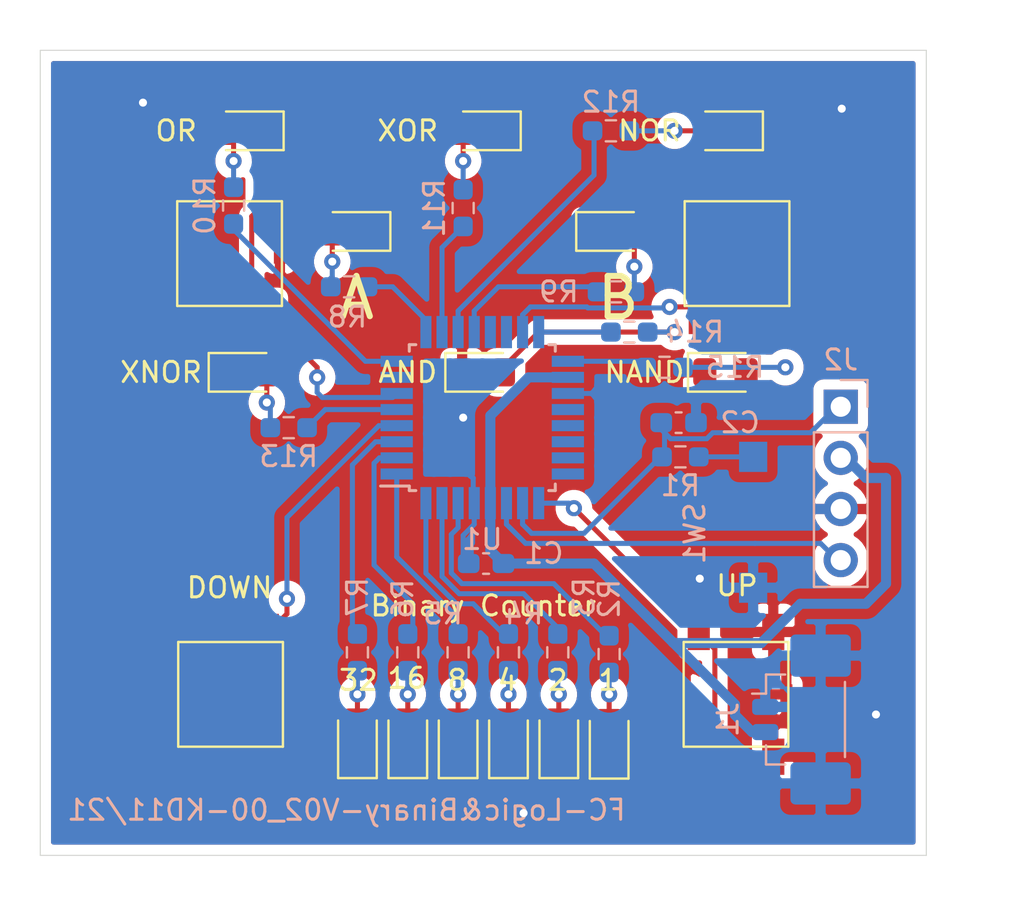
<source format=kicad_pcb>
(kicad_pcb (version 20171130) (host pcbnew 5.1.10-88a1d61d58~90~ubuntu20.04.1)
  (layers (0 F.Cu signal) (31 B.Cu signal) (34 B.Paste user) (35 F.Paste user) (36 B.SilkS user) (37 F.SilkS user) (38 B.Mask user) (39 F.Mask user) (44 Edge.Cuts user))
  (net 0 "")
  (net 1 GND)
  (net 2 RST)
  (net 3 "Net-(D1-Pad2)")
  (net 4 "Net-(D2-Pad2)")
  (net 5 "Net-(D3-Pad2)")
  (net 6 "Net-(D4-Pad2)")
  (net 7 "Net-(D5-Pad2)")
  (net 8 "Net-(D6-Pad2)")
  (net 9 "Net-(D7-Pad2)")
  (net 10 "Net-(D8-Pad2)")
  (net 11 "Net-(D9-Pad2)")
  (net 12 "Net-(D10-Pad2)")
  (net 13 "Net-(D11-Pad2)")
  (net 14 "Net-(D12-Pad2)")
  (net 15 "Net-(D13-Pad2)")
  (net 16 "Net-(D14-Pad2)")
  (net 17 PGD)
  (net 18 "Net-(R1-Pad2)")
  (net 19 bin0)
  (net 20 bin1)
  (net 21 bin2)
  (net 22 bin3)
  (net 23 bin4)
  (net 24 bin5)
  (net 25 Aon)
  (net 26 Bon)
  (net 27 OR)
  (net 28 XOR)
  (net 29 NOR)
  (net 30 XNOR)
  (net 31 AND)
  (net 32 NAND)
  (net 33 CountUP)
  (net 34 CountDOWN)
  (net 35 Ain)
  (net 36 Bin)
  (net 37 +5V)
  (module Connector_PinHeader_2.54mm:PinHeader_1x04_P2.54mm_Vertical (layer B.Cu) (at 118.75 47.71 180)
    (fp_text reference J2 (at 0 2.33) (layer B.SilkS) (effects (justify mirror)))
    (fp_text value Conn_01x04_Male)
    (fp_line (start -1.33 -8.95) (end 1.33 -8.95) (layer B.SilkS) (width 0.12))
    (fp_line (start -1.33 -1.27) (end -1.33 -8.95) (layer B.SilkS) (width 0.12))
    (fp_line (start 1.33 -1.27) (end 1.33 -8.95) (layer B.SilkS) (width 0.12))
    (fp_line (start -1.33 -1.27) (end 1.33 -1.27) (layer B.SilkS) (width 0.12))
    (fp_line (start -1.33 0) (end -1.33 1.33) (layer B.SilkS) (width 0.12))
    (fp_line (start -1.33 1.33) (end 0 1.33) (layer B.SilkS) (width 0.12))
    (pad 4 thru_hole oval (at 0 -7.62 180) (size 1.7 1.7) (drill 1) (layers *.Cu *.Mask) (net 17 PGD))
    (pad 3 thru_hole oval (at 0 -5.08 180) (size 1.7 1.7) (drill 1) (layers *.Cu *.Mask) (net 1 GND))
    (pad 2 thru_hole oval (at 0 -2.54 180) (size 1.7 1.7) (drill 1) (layers *.Cu *.Mask) (net 37 +5V))
    (pad 1 thru_hole rect (at 0 0 180) (size 1.7 1.7) (drill 1) (layers *.Cu *.Mask) (net 2 RST))
  )
  (module Connector_Molex:Molex_PicoBlade_53398-0271_1x02-1MP_P1.25mm_Vertical (layer B.Cu) (at 116.25 63.25 270)
    (fp_text reference J1 (at 0 3.1 270) (layer B.SilkS) (effects (justify mirror)))
    (fp_text value Conn_01x02_MountingPin)
    (fp_line (start -2.235 0.26) (end -2.235 1.21) (layer B.SilkS) (width 0.12))
    (fp_line (start -2.235 1.21) (end -1.285 1.21) (layer B.SilkS) (width 0.12))
    (fp_line (start -1.285 1.21) (end -1.285 1.9) (layer B.SilkS) (width 0.12))
    (fp_line (start 2.235 0.26) (end 2.235 1.21) (layer B.SilkS) (width 0.12))
    (fp_line (start 2.235 1.21) (end 1.285 1.21) (layer B.SilkS) (width 0.12))
    (fp_line (start -1.865 -2.71) (end 1.865 -2.71) (layer B.SilkS) (width 0.12))
    (pad MP smd roundrect (at 3.175 -1.5 270) (size 2.1 3) (layers B.Cu B.Paste B.Mask) (roundrect_rratio 0.1190471428571429) (net 1 GND))
    (pad MP smd roundrect (at -3.175 -1.5 270) (size 2.1 3) (layers B.Cu B.Paste B.Mask) (roundrect_rratio 0.1190471428571429) (net 1 GND))
    (pad 2 smd roundrect (at 0.625 1.25 270) (size 0.8 1.3) (layers B.Cu B.Paste B.Mask) (net 37 +5V))
    (pad 1 smd roundrect (at -0.625 1.25 270) (size 0.8 1.3) (layers B.Cu B.Paste B.Mask) (net 1 GND))
  )
  (module Package_QFP:TQFP-32_7x7mm_P0.8mm (layer B.Cu) (at 100.95 48.25)
    (fp_text reference U1 (at 0 6.05) (layer B.SilkS) (effects (justify mirror)))
    (fp_text value AVR64DA32)
    (fp_line (start -3.625 3.4) (end -5.05 3.4) (layer B.SilkS) (width 0.15))
    (fp_line (start 3.625 3.625) (end 3.3 3.625) (layer B.SilkS) (width 0.15))
    (fp_line (start 3.625 -3.625) (end 3.3 -3.625) (layer B.SilkS) (width 0.15))
    (fp_line (start -3.625 -3.625) (end -3.3 -3.625) (layer B.SilkS) (width 0.15))
    (fp_line (start -3.625 3.625) (end -3.3 3.625) (layer B.SilkS) (width 0.15))
    (fp_line (start -3.625 -3.625) (end -3.625 -3.3) (layer B.SilkS) (width 0.15))
    (fp_line (start 3.625 -3.625) (end 3.625 -3.3) (layer B.SilkS) (width 0.15))
    (fp_line (start 3.625 3.625) (end 3.625 3.3) (layer B.SilkS) (width 0.15))
    (fp_line (start -3.625 3.625) (end -3.625 3.4) (layer B.SilkS) (width 0.15))
    (pad 32 smd rect (at -2.8 4.25 270) (size 1.6 0.55) (layers B.Cu B.Paste B.Mask) (net 21 bin2))
    (pad 31 smd rect (at -2 4.25 270) (size 1.6 0.55) (layers B.Cu B.Paste B.Mask) (net 20 bin1))
    (pad 30 smd rect (at -1.2 4.25 270) (size 1.6 0.55) (layers B.Cu B.Paste B.Mask) (net 19 bin0))
    (pad 29 smd rect (at -0.4 4.25 270) (size 1.6 0.55) (layers B.Cu B.Paste B.Mask) (net 1 GND))
    (pad 28 smd rect (at 0.4 4.25 270) (size 1.6 0.55) (layers B.Cu B.Paste B.Mask) (net 37 +5V))
    (pad 27 smd rect (at 1.2 4.25 270) (size 1.6 0.55) (layers B.Cu B.Paste B.Mask) (net 17 PGD))
    (pad 26 smd rect (at 2 4.25 270) (size 1.6 0.55) (layers B.Cu B.Paste B.Mask) (net 2 RST))
    (pad 25 smd rect (at 2.8 4.25 270) (size 1.6 0.55) (layers B.Cu B.Paste B.Mask) (net 33 CountUP))
    (pad 24 smd rect (at 4.25 2.8) (size 1.6 0.55) (layers B.Cu B.Paste B.Mask))
    (pad 23 smd rect (at 4.25 2) (size 1.6 0.55) (layers B.Cu B.Paste B.Mask))
    (pad 22 smd rect (at 4.25 1.2) (size 1.6 0.55) (layers B.Cu B.Paste B.Mask))
    (pad 21 smd rect (at 4.25 0.4) (size 1.6 0.55) (layers B.Cu B.Paste B.Mask))
    (pad 20 smd rect (at 4.25 -0.4) (size 1.6 0.55) (layers B.Cu B.Paste B.Mask))
    (pad 19 smd rect (at 4.25 -1.2) (size 1.6 0.55) (layers B.Cu B.Paste B.Mask) (net 1 GND))
    (pad 18 smd rect (at 4.25 -2) (size 1.6 0.55) (layers B.Cu B.Paste B.Mask) (net 37 +5V))
    (pad 17 smd rect (at 4.25 -2.8) (size 1.6 0.55) (layers B.Cu B.Paste B.Mask) (net 32 NAND))
    (pad 16 smd rect (at 2.8 -4.25 270) (size 1.6 0.55) (layers B.Cu B.Paste B.Mask) (net 31 AND))
    (pad 15 smd rect (at 2 -4.25 270) (size 1.6 0.55) (layers B.Cu B.Paste B.Mask) (net 36 Bin))
    (pad 14 smd rect (at 1.2 -4.25 270) (size 1.6 0.55) (layers B.Cu B.Paste B.Mask))
    (pad 13 smd rect (at 0.4 -4.25 270) (size 1.6 0.55) (layers B.Cu B.Paste B.Mask))
    (pad 12 smd rect (at -0.4 -4.25 270) (size 1.6 0.55) (layers B.Cu B.Paste B.Mask) (net 26 Bon))
    (pad 11 smd rect (at -1.2 -4.25 270) (size 1.6 0.55) (layers B.Cu B.Paste B.Mask) (net 29 NOR))
    (pad 10 smd rect (at -2 -4.25 270) (size 1.6 0.55) (layers B.Cu B.Paste B.Mask) (net 28 XOR))
    (pad 9 smd rect (at -2.8 -4.25 270) (size 1.6 0.55) (layers B.Cu B.Paste B.Mask) (net 25 Aon))
    (pad 8 smd rect (at -4.25 -2.8) (size 1.6 0.55) (layers B.Cu B.Paste B.Mask) (net 27 OR))
    (pad 7 smd rect (at -4.25 -2) (size 1.6 0.55) (layers B.Cu B.Paste B.Mask))
    (pad 6 smd rect (at -4.25 -1.2) (size 1.6 0.55) (layers B.Cu B.Paste B.Mask) (net 35 Ain))
    (pad 5 smd rect (at -4.25 -0.4) (size 1.6 0.55) (layers B.Cu B.Paste B.Mask) (net 30 XNOR))
    (pad 4 smd rect (at -4.25 0.4) (size 1.6 0.55) (layers B.Cu B.Paste B.Mask) (net 34 CountDOWN))
    (pad 3 smd rect (at -4.25 1.2) (size 1.6 0.55) (layers B.Cu B.Paste B.Mask) (net 24 bin5))
    (pad 2 smd rect (at -4.25 2) (size 1.6 0.55) (layers B.Cu B.Paste B.Mask) (net 23 bin4))
    (pad 1 smd rect (at -4.25 2.8) (size 1.6 0.55) (layers B.Cu B.Paste B.Mask) (net 22 bin3))
  )
  (module My_Footprints:MSLPT5252-BG (layer F.Cu) (at 113.6 40.1 180)
    (fp_text reference SW5 hide)
    (fp_text value SW_Push_GND hide)
    (fp_line (start -2.6 2.6) (end -2.6 -2.6) (layer F.SilkS) (width 0.12))
    (fp_line (start 2.6 2.6) (end -2.6 2.6) (layer F.SilkS) (width 0.12))
    (fp_line (start 2.6 -2.6) (end 2.6 2.6) (layer F.SilkS) (width 0.12))
    (fp_line (start -2.6 -2.6) (end 2.6 -2.6) (layer F.SilkS) (width 0.12))
    (pad 3 smd rect (at 2.5 0 180) (size 0.6 1) (layers F.Cu F.Paste F.Mask) (net 1 GND))
    (pad 3 smd rect (at -2.5 0 180) (size 0.6 1) (layers F.Cu F.Paste F.Mask) (net 1 GND))
    (pad 2 smd rect (at 1.85 3.1 180) (size 1.1 1.8) (layers F.Cu F.Paste F.Mask) (net 36 Bin))
    (pad 1 smd rect (at -1.85 3.1 180) (size 1.1 1.8) (layers F.Cu F.Paste F.Mask) (net 1 GND))
    (pad 2 smd rect (at 1.85 -3.1 180) (size 1.1 1.8) (layers F.Cu F.Paste F.Mask) (net 36 Bin))
    (pad 1 smd rect (at -1.85 -3.1 180) (size 1.1 1.8) (layers F.Cu F.Paste F.Mask) (net 1 GND))
  )
  (module My_Footprints:MSLPT5252-BG (layer F.Cu) (at 88.4 40.1)
    (fp_text reference SW4 hide)
    (fp_text value SW_Push_GND hide)
    (fp_line (start -2.6 2.6) (end -2.6 -2.6) (layer F.SilkS) (width 0.12))
    (fp_line (start 2.6 2.6) (end -2.6 2.6) (layer F.SilkS) (width 0.12))
    (fp_line (start 2.6 -2.6) (end 2.6 2.6) (layer F.SilkS) (width 0.12))
    (fp_line (start -2.6 -2.6) (end 2.6 -2.6) (layer F.SilkS) (width 0.12))
    (pad 3 smd rect (at 2.5 0) (size 0.6 1) (layers F.Cu F.Paste F.Mask) (net 1 GND))
    (pad 3 smd rect (at -2.5 0) (size 0.6 1) (layers F.Cu F.Paste F.Mask) (net 1 GND))
    (pad 2 smd rect (at 1.85 3.1) (size 1.1 1.8) (layers F.Cu F.Paste F.Mask) (net 35 Ain))
    (pad 1 smd rect (at -1.85 3.1) (size 1.1 1.8) (layers F.Cu F.Paste F.Mask) (net 1 GND))
    (pad 2 smd rect (at 1.85 -3.1) (size 1.1 1.8) (layers F.Cu F.Paste F.Mask) (net 35 Ain))
    (pad 1 smd rect (at -1.85 -3.1) (size 1.1 1.8) (layers F.Cu F.Paste F.Mask) (net 1 GND))
  )
  (module My_Footprints:MSLPT5252-BG (layer F.Cu) (at 88.45 62)
    (fp_text reference SW3 hide)
    (fp_text value SW_Push_GND hide)
    (fp_line (start -2.6 2.6) (end -2.6 -2.6) (layer F.SilkS) (width 0.12))
    (fp_line (start 2.6 2.6) (end -2.6 2.6) (layer F.SilkS) (width 0.12))
    (fp_line (start 2.6 -2.6) (end 2.6 2.6) (layer F.SilkS) (width 0.12))
    (fp_line (start -2.6 -2.6) (end 2.6 -2.6) (layer F.SilkS) (width 0.12))
    (pad 3 smd rect (at 2.5 0) (size 0.6 1) (layers F.Cu F.Paste F.Mask) (net 1 GND))
    (pad 3 smd rect (at -2.5 0) (size 0.6 1) (layers F.Cu F.Paste F.Mask) (net 1 GND))
    (pad 2 smd rect (at 1.85 3.1) (size 1.1 1.8) (layers F.Cu F.Paste F.Mask) (net 34 CountDOWN))
    (pad 1 smd rect (at -1.85 3.1) (size 1.1 1.8) (layers F.Cu F.Paste F.Mask) (net 1 GND))
    (pad 2 smd rect (at 1.85 -3.1) (size 1.1 1.8) (layers F.Cu F.Paste F.Mask) (net 34 CountDOWN))
    (pad 1 smd rect (at -1.85 -3.1) (size 1.1 1.8) (layers F.Cu F.Paste F.Mask) (net 1 GND))
  )
  (module My_Footprints:MSLPT5252-BG (layer F.Cu) (at 113.55 62 180)
    (fp_text reference SW2 hide)
    (fp_text value SW_Push_GND hide)
    (fp_line (start -2.6 2.6) (end -2.6 -2.6) (layer F.SilkS) (width 0.12))
    (fp_line (start 2.6 2.6) (end -2.6 2.6) (layer F.SilkS) (width 0.12))
    (fp_line (start 2.6 -2.6) (end 2.6 2.6) (layer F.SilkS) (width 0.12))
    (fp_line (start -2.6 -2.6) (end 2.6 -2.6) (layer F.SilkS) (width 0.12))
    (pad 3 smd rect (at 2.5 0 180) (size 0.6 1) (layers F.Cu F.Paste F.Mask) (net 1 GND))
    (pad 3 smd rect (at -2.5 0 180) (size 0.6 1) (layers F.Cu F.Paste F.Mask) (net 1 GND))
    (pad 2 smd rect (at 1.85 3.1 180) (size 1.1 1.8) (layers F.Cu F.Paste F.Mask) (net 33 CountUP))
    (pad 1 smd rect (at -1.85 3.1 180) (size 1.1 1.8) (layers F.Cu F.Paste F.Mask) (net 1 GND))
    (pad 2 smd rect (at 1.85 -3.1 180) (size 1.1 1.8) (layers F.Cu F.Paste F.Mask) (net 33 CountUP))
    (pad 1 smd rect (at -1.85 -3.1 180) (size 1.1 1.8) (layers F.Cu F.Paste F.Mask) (net 1 GND))
  )
  (module My_Footprints:WS-TASV (layer B.Cu) (at 114.4 53.45 270)
    (fp_text reference SW1 (at 0.55 2.9 270) (layer B.SilkS) (effects (justify mirror)))
    (fp_text value SW_Push)
    (pad 2 smd rect (at 3.25 0 270) (size 1.5 1.4) (layers B.Cu B.Paste B.Mask) (net 1 GND))
    (pad 1 smd rect (at -3.25 0 270) (size 1.5 1.4) (layers B.Cu B.Paste B.Mask) (net 18 "Net-(R1-Pad2)"))
  )
  (module Resistor_SMD:R_0603_1608Metric_Pad0.98x0.95mm_HandSolder (layer B.Cu) (at 110 45.75 180)
    (fp_text reference R15 (at -3.5 0) (layer B.SilkS) (effects (justify mirror)))
    (fp_text value 10k)
    (fp_line (start -0.254724 -0.5225) (end 0.254724 -0.5225) (layer B.SilkS) (width 0.12))
    (fp_line (start -0.254724 0.5225) (end 0.254724 0.5225) (layer B.SilkS) (width 0.12))
    (pad 2 smd roundrect (at 0.9125 0 180) (size 0.975 0.95) (layers B.Cu B.Paste B.Mask) (net 32 NAND))
    (pad 1 smd roundrect (at -0.9125 0 180) (size 0.975 0.95) (layers B.Cu B.Paste B.Mask) (net 16 "Net-(D14-Pad2)"))
  )
  (module Resistor_SMD:R_0603_1608Metric_Pad0.98x0.95mm_HandSolder (layer B.Cu) (at 108.25 44 180)
    (fp_text reference R14 (at -3.25 0) (layer B.SilkS) (effects (justify mirror)))
    (fp_text value 10k)
    (fp_line (start -0.254724 -0.5225) (end 0.254724 -0.5225) (layer B.SilkS) (width 0.12))
    (fp_line (start -0.254724 0.5225) (end 0.254724 0.5225) (layer B.SilkS) (width 0.12))
    (pad 2 smd roundrect (at 0.9125 0 180) (size 0.975 0.95) (layers B.Cu B.Paste B.Mask) (net 31 AND))
    (pad 1 smd roundrect (at -0.9125 0 180) (size 0.975 0.95) (layers B.Cu B.Paste B.Mask) (net 15 "Net-(D13-Pad2)"))
  )
  (module Resistor_SMD:R_0603_1608Metric_Pad0.98x0.95mm_HandSolder (layer B.Cu) (at 91.3375 48.75)
    (fp_text reference R13 (at 0 1.43) (layer B.SilkS) (effects (justify mirror)))
    (fp_text value 10k)
    (fp_line (start -0.254724 -0.5225) (end 0.254724 -0.5225) (layer B.SilkS) (width 0.12))
    (fp_line (start -0.254724 0.5225) (end 0.254724 0.5225) (layer B.SilkS) (width 0.12))
    (pad 2 smd roundrect (at 0.9125 0) (size 0.975 0.95) (layers B.Cu B.Paste B.Mask) (net 30 XNOR))
    (pad 1 smd roundrect (at -0.9125 0) (size 0.975 0.95) (layers B.Cu B.Paste B.Mask) (net 14 "Net-(D12-Pad2)"))
  )
  (module Resistor_SMD:R_0603_1608Metric_Pad0.98x0.95mm_HandSolder (layer B.Cu) (at 107.3375 34 180)
    (fp_text reference R12 (at 0 1.43) (layer B.SilkS) (effects (justify mirror)))
    (fp_text value 10k)
    (fp_line (start -0.254724 -0.5225) (end 0.254724 -0.5225) (layer B.SilkS) (width 0.12))
    (fp_line (start -0.254724 0.5225) (end 0.254724 0.5225) (layer B.SilkS) (width 0.12))
    (pad 2 smd roundrect (at 0.9125 0 180) (size 0.975 0.95) (layers B.Cu B.Paste B.Mask) (net 29 NOR))
    (pad 1 smd roundrect (at -0.9125 0 180) (size 0.975 0.95) (layers B.Cu B.Paste B.Mask) (net 13 "Net-(D11-Pad2)"))
  )
  (module Resistor_SMD:R_0603_1608Metric_Pad0.98x0.95mm_HandSolder (layer B.Cu) (at 100 37.8375 270)
    (fp_text reference R11 (at 0 1.43 90) (layer B.SilkS) (effects (justify mirror)))
    (fp_text value 10k)
    (fp_line (start -0.254724 -0.5225) (end 0.254724 -0.5225) (layer B.SilkS) (width 0.12))
    (fp_line (start -0.254724 0.5225) (end 0.254724 0.5225) (layer B.SilkS) (width 0.12))
    (pad 2 smd roundrect (at 0.9125 0 270) (size 0.975 0.95) (layers B.Cu B.Paste B.Mask) (net 28 XOR))
    (pad 1 smd roundrect (at -0.9125 0 270) (size 0.975 0.95) (layers B.Cu B.Paste B.Mask) (net 12 "Net-(D10-Pad2)"))
  )
  (module Resistor_SMD:R_0603_1608Metric_Pad0.98x0.95mm_HandSolder (layer B.Cu) (at 88.6 37.7125 270)
    (fp_text reference R10 (at 0 1.43 90) (layer B.SilkS) (effects (justify mirror)))
    (fp_text value 10k)
    (fp_line (start -0.254724 -0.5225) (end 0.254724 -0.5225) (layer B.SilkS) (width 0.12))
    (fp_line (start -0.254724 0.5225) (end 0.254724 0.5225) (layer B.SilkS) (width 0.12))
    (pad 2 smd roundrect (at 0.9125 0 270) (size 0.975 0.95) (layers B.Cu B.Paste B.Mask) (net 27 OR))
    (pad 1 smd roundrect (at -0.9125 0 270) (size 0.975 0.95) (layers B.Cu B.Paste B.Mask) (net 11 "Net-(D9-Pad2)"))
  )
  (module Resistor_SMD:R_0603_1608Metric_Pad0.98x0.95mm_HandSolder (layer B.Cu) (at 107.5875 42)
    (fp_text reference R9 (at -2.8375 0) (layer B.SilkS) (effects (justify mirror)))
    (fp_text value R)
    (fp_line (start -0.254724 -0.5225) (end 0.254724 -0.5225) (layer B.SilkS) (width 0.12))
    (fp_line (start -0.254724 0.5225) (end 0.254724 0.5225) (layer B.SilkS) (width 0.12))
    (pad 2 smd roundrect (at 0.9125 0) (size 0.975 0.95) (layers B.Cu B.Paste B.Mask) (net 10 "Net-(D8-Pad2)"))
    (pad 1 smd roundrect (at -0.9125 0) (size 0.975 0.95) (layers B.Cu B.Paste B.Mask) (net 26 Bon))
  )
  (module Resistor_SMD:R_0603_1608Metric_Pad0.98x0.95mm_HandSolder (layer B.Cu) (at 94.3375 41.75)
    (fp_text reference R8 (at -0.0875 1.5) (layer B.SilkS) (effects (justify mirror)))
    (fp_text value R)
    (fp_line (start -0.254724 -0.5225) (end 0.254724 -0.5225) (layer B.SilkS) (width 0.12))
    (fp_line (start -0.254724 0.5225) (end 0.254724 0.5225) (layer B.SilkS) (width 0.12))
    (pad 2 smd roundrect (at 0.9125 0) (size 0.975 0.95) (layers B.Cu B.Paste B.Mask) (net 25 Aon))
    (pad 1 smd roundrect (at -0.9125 0) (size 0.975 0.95) (layers B.Cu B.Paste B.Mask) (net 9 "Net-(D7-Pad2)"))
  )
  (module Resistor_SMD:R_0603_1608Metric_Pad0.98x0.95mm_HandSolder (layer B.Cu) (at 94.75 59.9125 90)
    (fp_text reference R7 (at 2.75 0 270) (layer B.SilkS) (effects (justify mirror)))
    (fp_text value 3k3)
    (fp_line (start -0.254724 -0.5225) (end 0.254724 -0.5225) (layer B.SilkS) (width 0.12))
    (fp_line (start -0.254724 0.5225) (end 0.254724 0.5225) (layer B.SilkS) (width 0.12))
    (pad 2 smd roundrect (at 0.9125 0 90) (size 0.975 0.95) (layers B.Cu B.Paste B.Mask) (net 24 bin5))
    (pad 1 smd roundrect (at -0.9125 0 90) (size 0.975 0.95) (layers B.Cu B.Paste B.Mask) (net 8 "Net-(D6-Pad2)"))
  )
  (module Resistor_SMD:R_0603_1608Metric_Pad0.98x0.95mm_HandSolder (layer B.Cu) (at 97.25 59.9125 90)
    (fp_text reference R6 (at 2.6625 -0.25 270) (layer B.SilkS) (effects (justify mirror)))
    (fp_text value 3k3)
    (fp_line (start -0.254724 -0.5225) (end 0.254724 -0.5225) (layer B.SilkS) (width 0.12))
    (fp_line (start -0.254724 0.5225) (end 0.254724 0.5225) (layer B.SilkS) (width 0.12))
    (pad 2 smd roundrect (at 0.9125 0 90) (size 0.975 0.95) (layers B.Cu B.Paste B.Mask) (net 23 bin4))
    (pad 1 smd roundrect (at -0.9125 0 90) (size 0.975 0.95) (layers B.Cu B.Paste B.Mask) (net 7 "Net-(D5-Pad2)"))
  )
  (module Resistor_SMD:R_0603_1608Metric_Pad0.98x0.95mm_HandSolder (layer B.Cu) (at 99.75 59.9125 90)
    (fp_text reference R5 (at 1.9125 -0.75) (layer B.SilkS) (effects (justify mirror)))
    (fp_text value 3k3)
    (fp_line (start -0.254724 -0.5225) (end 0.254724 -0.5225) (layer B.SilkS) (width 0.12))
    (fp_line (start -0.254724 0.5225) (end 0.254724 0.5225) (layer B.SilkS) (width 0.12))
    (pad 2 smd roundrect (at 0.9125 0 90) (size 0.975 0.95) (layers B.Cu B.Paste B.Mask) (net 22 bin3))
    (pad 1 smd roundrect (at -0.9125 0 90) (size 0.975 0.95) (layers B.Cu B.Paste B.Mask) (net 6 "Net-(D4-Pad2)"))
  )
  (module Resistor_SMD:R_0603_1608Metric_Pad0.98x0.95mm_HandSolder (layer B.Cu) (at 102.25 59.9125 90)
    (fp_text reference R4 (at 1.9125 0.75) (layer B.SilkS) (effects (justify mirror)))
    (fp_text value 3k3)
    (fp_line (start -0.254724 -0.5225) (end 0.254724 -0.5225) (layer B.SilkS) (width 0.12))
    (fp_line (start -0.254724 0.5225) (end 0.254724 0.5225) (layer B.SilkS) (width 0.12))
    (pad 2 smd roundrect (at 0.9125 0 90) (size 0.975 0.95) (layers B.Cu B.Paste B.Mask) (net 21 bin2))
    (pad 1 smd roundrect (at -0.9125 0 90) (size 0.975 0.95) (layers B.Cu B.Paste B.Mask) (net 5 "Net-(D3-Pad2)"))
  )
  (module Resistor_SMD:R_0603_1608Metric_Pad0.98x0.95mm_HandSolder (layer B.Cu) (at 104.7 59.9125 90)
    (fp_text reference R3 (at 2.75 1.3 270) (layer B.SilkS) (effects (justify mirror)))
    (fp_text value 3k3)
    (fp_line (start -0.254724 -0.5225) (end 0.254724 -0.5225) (layer B.SilkS) (width 0.12))
    (fp_line (start -0.254724 0.5225) (end 0.254724 0.5225) (layer B.SilkS) (width 0.12))
    (pad 2 smd roundrect (at 0.9125 0 90) (size 0.975 0.95) (layers B.Cu B.Paste B.Mask) (net 20 bin1))
    (pad 1 smd roundrect (at -0.9125 0 90) (size 0.975 0.95) (layers B.Cu B.Paste B.Mask) (net 4 "Net-(D2-Pad2)"))
  )
  (module Resistor_SMD:R_0603_1608Metric_Pad0.98x0.95mm_HandSolder (layer B.Cu) (at 107.25 60 90)
    (fp_text reference R2 (at 2.75 0 270) (layer B.SilkS) (effects (justify mirror)))
    (fp_text value 3k3)
    (fp_line (start -0.254724 -0.5225) (end 0.254724 -0.5225) (layer B.SilkS) (width 0.12))
    (fp_line (start -0.254724 0.5225) (end 0.254724 0.5225) (layer B.SilkS) (width 0.12))
    (pad 2 smd roundrect (at 0.9125 0 90) (size 0.975 0.95) (layers B.Cu B.Paste B.Mask) (net 19 bin0))
    (pad 1 smd roundrect (at -0.9125 0 90) (size 0.975 0.95) (layers B.Cu B.Paste B.Mask) (net 3 "Net-(D1-Pad2)"))
  )
  (module Resistor_SMD:R_0603_1608Metric_Pad0.98x0.95mm_HandSolder (layer B.Cu) (at 110.7875 50.2)
    (fp_text reference R1 (at 0 1.43) (layer B.SilkS) (effects (justify mirror)))
    (fp_text value 330)
    (fp_line (start -0.254724 -0.5225) (end 0.254724 -0.5225) (layer B.SilkS) (width 0.12))
    (fp_line (start -0.254724 0.5225) (end 0.254724 0.5225) (layer B.SilkS) (width 0.12))
    (pad 2 smd roundrect (at 0.9125 0) (size 0.975 0.95) (layers B.Cu B.Paste B.Mask) (net 18 "Net-(R1-Pad2)"))
    (pad 1 smd roundrect (at -0.9125 0) (size 0.975 0.95) (layers B.Cu B.Paste B.Mask) (net 2 RST))
  )
  (module LED_SMD:LED_0805_2012Metric_Pad1.15x1.40mm_HandSolder (layer F.Cu) (at 113.025 46)
    (fp_text reference D14 hide)
    (fp_text value Green hide)
    (fp_line (start -1.86 0.96) (end 1 0.96) (layer F.SilkS) (width 0.12))
    (fp_line (start -1.86 -0.96) (end -1.86 0.96) (layer F.SilkS) (width 0.12))
    (fp_line (start 1 -0.96) (end -1.86 -0.96) (layer F.SilkS) (width 0.12))
    (pad 2 smd roundrect (at 1.025 0) (size 1.15 1.4) (layers F.Cu F.Paste F.Mask) (roundrect_rratio 0.2173904347826087) (net 16 "Net-(D14-Pad2)"))
    (pad 1 smd roundrect (at -1.025 0) (size 1.15 1.4) (layers F.Cu F.Paste F.Mask) (roundrect_rratio 0.2173904347826087) (net 1 GND))
  )
  (module LED_SMD:LED_0805_2012Metric_Pad1.15x1.40mm_HandSolder (layer F.Cu) (at 100.975 46)
    (fp_text reference D13 hide)
    (fp_text value Green hide)
    (fp_line (start -1.86 0.96) (end 1 0.96) (layer F.SilkS) (width 0.12))
    (fp_line (start -1.86 -0.96) (end -1.86 0.96) (layer F.SilkS) (width 0.12))
    (fp_line (start 1 -0.96) (end -1.86 -0.96) (layer F.SilkS) (width 0.12))
    (pad 2 smd roundrect (at 1.025 0) (size 1.15 1.4) (layers F.Cu F.Paste F.Mask) (roundrect_rratio 0.2173904347826087) (net 15 "Net-(D13-Pad2)"))
    (pad 1 smd roundrect (at -1.025 0) (size 1.15 1.4) (layers F.Cu F.Paste F.Mask) (roundrect_rratio 0.2173904347826087) (net 1 GND))
  )
  (module LED_SMD:LED_0805_2012Metric_Pad1.15x1.40mm_HandSolder (layer F.Cu) (at 89.225 46)
    (fp_text reference D12 hide)
    (fp_text value Green hide)
    (fp_line (start -1.86 0.96) (end 1 0.96) (layer F.SilkS) (width 0.12))
    (fp_line (start -1.86 -0.96) (end -1.86 0.96) (layer F.SilkS) (width 0.12))
    (fp_line (start 1 -0.96) (end -1.86 -0.96) (layer F.SilkS) (width 0.12))
    (pad 2 smd roundrect (at 1.025 0) (size 1.15 1.4) (layers F.Cu F.Paste F.Mask) (roundrect_rratio 0.2173904347826087) (net 14 "Net-(D12-Pad2)"))
    (pad 1 smd roundrect (at -1.025 0) (size 1.15 1.4) (layers F.Cu F.Paste F.Mask) (roundrect_rratio 0.2173904347826087) (net 1 GND))
  )
  (module LED_SMD:LED_0805_2012Metric_Pad1.15x1.40mm_HandSolder (layer F.Cu) (at 113.025 34 180)
    (fp_text reference D11 hide)
    (fp_text value Green hide)
    (fp_line (start -1.86 0.96) (end 1 0.96) (layer F.SilkS) (width 0.12))
    (fp_line (start -1.86 -0.96) (end -1.86 0.96) (layer F.SilkS) (width 0.12))
    (fp_line (start 1 -0.96) (end -1.86 -0.96) (layer F.SilkS) (width 0.12))
    (pad 2 smd roundrect (at 1.025 0 180) (size 1.15 1.4) (layers F.Cu F.Paste F.Mask) (roundrect_rratio 0.2173904347826087) (net 13 "Net-(D11-Pad2)"))
    (pad 1 smd roundrect (at -1.025 0 180) (size 1.15 1.4) (layers F.Cu F.Paste F.Mask) (roundrect_rratio 0.2173904347826087) (net 1 GND))
  )
  (module LED_SMD:LED_0805_2012Metric_Pad1.15x1.40mm_HandSolder (layer F.Cu) (at 101 34 180)
    (fp_text reference D10 hide)
    (fp_text value Green hide)
    (fp_line (start -1.86 0.96) (end 1 0.96) (layer F.SilkS) (width 0.12))
    (fp_line (start -1.86 -0.96) (end -1.86 0.96) (layer F.SilkS) (width 0.12))
    (fp_line (start 1 -0.96) (end -1.86 -0.96) (layer F.SilkS) (width 0.12))
    (pad 2 smd roundrect (at 1.025 0 180) (size 1.15 1.4) (layers F.Cu F.Paste F.Mask) (roundrect_rratio 0.2173904347826087) (net 12 "Net-(D10-Pad2)"))
    (pad 1 smd roundrect (at -1.025 0 180) (size 1.15 1.4) (layers F.Cu F.Paste F.Mask) (roundrect_rratio 0.2173904347826087) (net 1 GND))
  )
  (module LED_SMD:LED_0805_2012Metric_Pad1.15x1.40mm_HandSolder (layer F.Cu) (at 89.225 34 180)
    (fp_text reference D9 hide)
    (fp_text value Green hide)
    (fp_line (start -1.86 0.96) (end 1 0.96) (layer F.SilkS) (width 0.12))
    (fp_line (start -1.86 -0.96) (end -1.86 0.96) (layer F.SilkS) (width 0.12))
    (fp_line (start 1 -0.96) (end -1.86 -0.96) (layer F.SilkS) (width 0.12))
    (pad 2 smd roundrect (at 1.025 0 180) (size 1.15 1.4) (layers F.Cu F.Paste F.Mask) (roundrect_rratio 0.2173904347826087) (net 11 "Net-(D9-Pad2)"))
    (pad 1 smd roundrect (at -1.025 0 180) (size 1.15 1.4) (layers F.Cu F.Paste F.Mask) (roundrect_rratio 0.217) (net 1 GND))
  )
  (module LED_SMD:LED_0805_2012Metric_Pad1.15x1.40mm_HandSolder (layer F.Cu) (at 107.475 39)
    (fp_text reference D8 hide)
    (fp_text value Yellow hide)
    (fp_line (start -1.86 0.96) (end 1 0.96) (layer F.SilkS) (width 0.12))
    (fp_line (start -1.86 -0.96) (end -1.86 0.96) (layer F.SilkS) (width 0.12))
    (fp_line (start 1 -0.96) (end -1.86 -0.96) (layer F.SilkS) (width 0.12))
    (pad 2 smd roundrect (at 1.025 0) (size 1.15 1.4) (layers F.Cu F.Paste F.Mask) (roundrect_rratio 0.2173904347826087) (net 10 "Net-(D8-Pad2)"))
    (pad 1 smd roundrect (at -1.025 0) (size 1.15 1.4) (layers F.Cu F.Paste F.Mask) (roundrect_rratio 0.2173904347826087) (net 1 GND))
  )
  (module LED_SMD:LED_0805_2012Metric_Pad1.15x1.40mm_HandSolder (layer F.Cu) (at 94.525 39 180)
    (fp_text reference D7 hide)
    (fp_text value Yellow hide)
    (fp_line (start -1.86 0.96) (end 1 0.96) (layer F.SilkS) (width 0.12))
    (fp_line (start -1.86 -0.96) (end -1.86 0.96) (layer F.SilkS) (width 0.12))
    (fp_line (start 1 -0.96) (end -1.86 -0.96) (layer F.SilkS) (width 0.12))
    (pad 2 smd roundrect (at 1.025 0 180) (size 1.15 1.4) (layers F.Cu F.Paste F.Mask) (roundrect_rratio 0.2173904347826087) (net 9 "Net-(D7-Pad2)"))
    (pad 1 smd roundrect (at -1.025 0 180) (size 1.15 1.4) (layers F.Cu F.Paste F.Mask) (roundrect_rratio 0.2173904347826087) (net 1 GND))
  )
  (module LED_SMD:LED_0805_2012Metric_Pad1.15x1.40mm_HandSolder (layer F.Cu) (at 94.75 64.3 90)
    (fp_text reference D6 hide)
    (fp_text value Red hide)
    (fp_line (start -1.86 0.96) (end 1 0.96) (layer F.SilkS) (width 0.12))
    (fp_line (start -1.86 -0.96) (end -1.86 0.96) (layer F.SilkS) (width 0.12))
    (fp_line (start 1 -0.96) (end -1.86 -0.96) (layer F.SilkS) (width 0.12))
    (pad 2 smd roundrect (at 1.025 0 90) (size 1.15 1.4) (layers F.Cu F.Paste F.Mask) (roundrect_rratio 0.2173904347826087) (net 8 "Net-(D6-Pad2)"))
    (pad 1 smd roundrect (at -1.025 0 90) (size 1.15 1.4) (layers F.Cu F.Paste F.Mask) (roundrect_rratio 0.2173904347826087) (net 1 GND))
  )
  (module LED_SMD:LED_0805_2012Metric_Pad1.15x1.40mm_HandSolder (layer F.Cu) (at 97.25 64.3 90)
    (fp_text reference D5 hide)
    (fp_text value Red hide)
    (fp_line (start -1.86 0.96) (end 1 0.96) (layer F.SilkS) (width 0.12))
    (fp_line (start -1.86 -0.96) (end -1.86 0.96) (layer F.SilkS) (width 0.12))
    (fp_line (start 1 -0.96) (end -1.86 -0.96) (layer F.SilkS) (width 0.12))
    (pad 2 smd roundrect (at 1.025 0 90) (size 1.15 1.4) (layers F.Cu F.Paste F.Mask) (roundrect_rratio 0.2173904347826087) (net 7 "Net-(D5-Pad2)"))
    (pad 1 smd roundrect (at -1.025 0 90) (size 1.15 1.4) (layers F.Cu F.Paste F.Mask) (roundrect_rratio 0.2173904347826087) (net 1 GND))
  )
  (module LED_SMD:LED_0805_2012Metric_Pad1.15x1.40mm_HandSolder (layer F.Cu) (at 99.75 64.3 90)
    (fp_text reference D4 hide)
    (fp_text value Red hide)
    (fp_line (start -1.86 0.96) (end 1 0.96) (layer F.SilkS) (width 0.12))
    (fp_line (start -1.86 -0.96) (end -1.86 0.96) (layer F.SilkS) (width 0.12))
    (fp_line (start 1 -0.96) (end -1.86 -0.96) (layer F.SilkS) (width 0.12))
    (pad 2 smd roundrect (at 1.025 0 90) (size 1.15 1.4) (layers F.Cu F.Paste F.Mask) (roundrect_rratio 0.2173904347826087) (net 6 "Net-(D4-Pad2)"))
    (pad 1 smd roundrect (at -1.025 0 90) (size 1.15 1.4) (layers F.Cu F.Paste F.Mask) (roundrect_rratio 0.2173904347826087) (net 1 GND))
  )
  (module LED_SMD:LED_0805_2012Metric_Pad1.15x1.40mm_HandSolder (layer F.Cu) (at 102.25 64.3 90)
    (fp_text reference D3 hide)
    (fp_text value Red hide)
    (fp_line (start -1.86 0.96) (end 1 0.96) (layer F.SilkS) (width 0.12))
    (fp_line (start -1.86 -0.96) (end -1.86 0.96) (layer F.SilkS) (width 0.12))
    (fp_line (start 1 -0.96) (end -1.86 -0.96) (layer F.SilkS) (width 0.12))
    (pad 2 smd roundrect (at 1.025 0 90) (size 1.15 1.4) (layers F.Cu F.Paste F.Mask) (roundrect_rratio 0.2173904347826087) (net 5 "Net-(D3-Pad2)"))
    (pad 1 smd roundrect (at -1.025 0 90) (size 1.15 1.4) (layers F.Cu F.Paste F.Mask) (roundrect_rratio 0.2173904347826087) (net 1 GND))
  )
  (module LED_SMD:LED_0805_2012Metric_Pad1.15x1.40mm_HandSolder (layer F.Cu) (at 104.75 64.3 90)
    (fp_text reference D2 hide)
    (fp_text value Red hide)
    (fp_line (start -1.86 0.96) (end 1 0.96) (layer F.SilkS) (width 0.12))
    (fp_line (start -1.86 -0.96) (end -1.86 0.96) (layer F.SilkS) (width 0.12))
    (fp_line (start 1 -0.96) (end -1.86 -0.96) (layer F.SilkS) (width 0.12))
    (pad 2 smd roundrect (at 1.025 0 90) (size 1.15 1.4) (layers F.Cu F.Paste F.Mask) (roundrect_rratio 0.2173904347826087) (net 4 "Net-(D2-Pad2)"))
    (pad 1 smd roundrect (at -1.025 0 90) (size 1.15 1.4) (layers F.Cu F.Paste F.Mask) (roundrect_rratio 0.2173904347826087) (net 1 GND))
  )
  (module LED_SMD:LED_0805_2012Metric_Pad1.15x1.40mm_HandSolder (layer F.Cu) (at 107.25 64.325 90)
    (fp_text reference D1 hide)
    (fp_text value Red hide)
    (fp_line (start -1.86 0.96) (end 1 0.96) (layer F.SilkS) (width 0.12))
    (fp_line (start -1.86 -0.96) (end -1.86 0.96) (layer F.SilkS) (width 0.12))
    (fp_line (start 1 -0.96) (end -1.86 -0.96) (layer F.SilkS) (width 0.12))
    (pad 2 smd roundrect (at 1.025 0 90) (size 1.15 1.4) (layers F.Cu F.Paste F.Mask) (roundrect_rratio 0.2173904347826087) (net 3 "Net-(D1-Pad2)"))
    (pad 1 smd roundrect (at -1.025 0 90) (size 1.15 1.4) (layers F.Cu F.Paste F.Mask) (roundrect_rratio 0.2173904347826087) (net 1 GND))
  )
  (module Capacitor_SMD:C_0603_1608Metric_Pad1.08x0.95mm_HandSolder (layer B.Cu) (at 110.7 48.5)
    (fp_text reference C2 (at 3.05 0) (layer B.SilkS) (effects (justify mirror)))
    (fp_text value 100n)
    (fp_line (start -0.146267 -0.51) (end 0.146267 -0.51) (layer B.SilkS) (width 0.12))
    (fp_line (start -0.146267 0.51) (end 0.146267 0.51) (layer B.SilkS) (width 0.12))
    (pad 2 smd roundrect (at 0.8625 0) (size 1.075 0.95) (layers B.Cu B.Paste B.Mask) (net 1 GND))
    (pad 1 smd roundrect (at -0.8625 0) (size 1.075 0.95) (layers B.Cu B.Paste B.Mask) (net 2 RST))
  )
  (module Capacitor_SMD:C_0603_1608Metric_Pad1.08x0.95mm_HandSolder (layer B.Cu) (at 101.1375 55.5 180)
    (fp_text reference C1 (at -2.8625 0.5) (layer B.SilkS) (effects (justify mirror)))
    (fp_text value 100n)
    (fp_line (start -0.146267 -0.51) (end 0.146267 -0.51) (layer B.SilkS) (width 0.12))
    (fp_line (start -0.146267 0.51) (end 0.146267 0.51) (layer B.SilkS) (width 0.12))
    (pad 2 smd roundrect (at 0.8625 0 180) (size 1.075 0.95) (layers B.Cu B.Paste B.Mask) (net 1 GND))
    (pad 1 smd roundrect (at -0.8625 0 180) (size 1.075 0.95) (layers B.Cu B.Paste B.Mask) (net 37 +5V))
  )
  (gr_text B (at 107.7 42.3) (layer F.SilkS) (effects (font (size 2 2) (thickness 0.3))))
  (gr_text A (at 94.7 42.3) (layer F.SilkS) (effects (font (size 2 2) (thickness 0.3))))
  (gr_text DOWN (at 88.4 56.7) (layer F.SilkS) (effects (font (size 1 1))))
  (gr_text UP (at 113.6 56.6) (layer F.SilkS) (effects (font (size 1 1))))
  (gr_text 32 (at 94.8 61.3) (layer F.SilkS) (effects (font (size 1 1))))
  (gr_text 16 (at 97.2 61.2) (layer F.SilkS) (effects (font (size 1 1))))
  (gr_text 8 (at 99.7 61.3) (layer F.SilkS) (effects (font (size 1 1))))
  (gr_text 4 (at 102.2 61.3) (layer F.SilkS) (effects (font (size 1 1))))
  (gr_text 2 (at 104.7 61.3) (layer F.SilkS) (effects (font (size 1 1))))
  (gr_text 1 (at 107.2 61.3) (layer F.SilkS) (effects (font (size 1 1))))
  (gr_text "Binary Counter" (at 101 57.6) (layer F.SilkS) (effects (font (size 1 1))))
  (gr_text NAND (at 109 46) (layer F.SilkS) (effects (font (size 1 1))))
  (gr_text AND (at 97.25 46) (layer F.SilkS) (effects (font (size 1 1))))
  (gr_text XNOR (at 85 46) (layer F.SilkS) (effects (font (size 1 1))))
  (gr_text NOR (at 109.25 34) (layer F.SilkS) (effects (font (size 1 1))))
  (gr_text XOR (at 97.25 34) (layer F.SilkS) (effects (font (size 1 1))))
  (gr_text OR (at 85.75 34) (layer F.SilkS) (effects (font (size 1 1))))
  (gr_text FC-Logic&Binary-V02_00-KD11/21 (at 94.2 67.75) (layer B.SilkS) (effects (font (size 1 1)) (justify mirror)))
  (gr_line (start 79 70) (end 79 30) (layer Edge.Cuts) (width 0.05))
  (gr_line (start 123 70) (end 79 70) (layer Edge.Cuts) (width 0.05))
  (gr_line (start 123 30) (end 123 70) (layer Edge.Cuts) (width 0.05))
  (gr_line (start 79 30) (end 123 30) (layer Edge.Cuts) (width 0.05))
  (segment (start 100.55 53.55) (end 100 54.1) (width 0.25) (layer B.Cu) (net 1))
  (segment (start 100.55 52.5) (end 100.55 53.55) (width 0.25) (layer B.Cu) (net 1))
  (segment (start 100 54.1) (end 100 55) (width 0.25) (layer B.Cu) (net 1))
  (segment (start 100 55) (end 100.5 55.5) (width 0.25) (layer B.Cu) (net 1))
  (via (at 100 48.25) (size 0.8) (drill 0.4) (layers F.Cu B.Cu) (net 1))
  (segment (start 100 48.25) (end 100 50.75) (width 0.25) (layer B.Cu) (net 1))
  (segment (start 100 50.75) (end 100.5 51.25) (width 0.25) (layer B.Cu) (net 1))
  (segment (start 100.5 51.25) (end 100.5 52.25) (width 0.25) (layer B.Cu) (net 1))
  (segment (start 100.5 52.25) (end 100.5 52.5) (width 0.25) (layer B.Cu) (net 1))
  (segment (start 105.2 47.05) (end 107.2 47.05) (width 0.25) (layer B.Cu) (net 1))
  (segment (start 107.2 47.05) (end 107.25 47) (width 0.25) (layer B.Cu) (net 1))
  (via (at 111.75 56.25) (size 0.8) (drill 0.4) (layers F.Cu B.Cu) (net 1))
  (via (at 103 67.9) (size 0.8) (drill 0.4) (layers F.Cu B.Cu) (net 1))
  (via (at 84.1 32.6) (size 0.8) (drill 0.4) (layers F.Cu B.Cu) (net 1))
  (via (at 118.8 32.9) (size 0.8) (drill 0.4) (layers F.Cu B.Cu) (net 1))
  (via (at 120.5 63) (size 0.8) (drill 0.4) (layers F.Cu B.Cu) (net 1))
  (segment (start 102.95 53.55) (end 103.4 54) (width 0.25) (layer B.Cu) (net 2))
  (segment (start 102.95 52.5) (end 102.95 53.55) (width 0.25) (layer B.Cu) (net 2))
  (segment (start 103.4 54) (end 106 54) (width 0.25) (layer B.Cu) (net 2))
  (segment (start 106 54) (end 110 50) (width 0.25) (layer B.Cu) (net 2))
  (segment (start 110 50) (end 110 48.5) (width 0.25) (layer B.Cu) (net 2))
  (segment (start 118.75 47.71) (end 118.54 47.71) (width 0.5) (layer B.Cu) (net 2))
  (segment (start 112.0955 49.30001) (end 110.30001 49.30001) (width 0.25) (layer B.Cu) (net 2))
  (segment (start 112.39551 49) (end 112.0955 49.30001) (width 0.25) (layer B.Cu) (net 2))
  (segment (start 117.25 49) (end 112.39551 49) (width 0.25) (layer B.Cu) (net 2))
  (segment (start 118.54 47.71) (end 117.25 49) (width 0.25) (layer B.Cu) (net 2))
  (segment (start 110.30001 49.30001) (end 109.75 48.75) (width 0.25) (layer B.Cu) (net 2))
  (via (at 107.25 62) (size 0.8) (drill 0.4) (layers F.Cu B.Cu) (net 3))
  (segment (start 107.25 60.9125) (end 107.25 62) (width 0.25) (layer B.Cu) (net 3))
  (segment (start 107.25 62) (end 107.25 63) (width 0.25) (layer F.Cu) (net 3))
  (via (at 104.75 62) (size 0.8) (drill 0.4) (layers F.Cu B.Cu) (net 4))
  (segment (start 104.7 61.95) (end 104.75 62) (width 0.25) (layer B.Cu) (net 4))
  (segment (start 104.7 60.825) (end 104.7 61.95) (width 0.25) (layer B.Cu) (net 4))
  (segment (start 104.75 62) (end 104.75 63.25) (width 0.25) (layer F.Cu) (net 4))
  (via (at 102.25 62) (size 0.8) (drill 0.4) (layers F.Cu B.Cu) (net 5))
  (segment (start 102.25 60.825) (end 102.25 62) (width 0.25) (layer B.Cu) (net 5))
  (segment (start 102.25 62) (end 102.25 63.25) (width 0.25) (layer F.Cu) (net 5))
  (segment (start 102.25 63.25) (end 102.5 63.5) (width 0.25) (layer F.Cu) (net 5))
  (via (at 99.75 62) (size 0.8) (drill 0.4) (layers F.Cu B.Cu) (net 6))
  (segment (start 99.75 60.825) (end 99.75 62) (width 0.25) (layer B.Cu) (net 6))
  (segment (start 99.75 62) (end 99.75 63.5) (width 0.25) (layer F.Cu) (net 6))
  (via (at 97.25 62) (size 0.8) (drill 0.4) (layers F.Cu B.Cu) (net 7))
  (segment (start 97.25 60.825) (end 97.25 62) (width 0.25) (layer B.Cu) (net 7))
  (segment (start 97.25 62) (end 97.25 63) (width 0.25) (layer F.Cu) (net 7))
  (segment (start 97.25 63) (end 97.5 63.25) (width 0.25) (layer F.Cu) (net 7))
  (via (at 94.75 62) (size 0.8) (drill 0.4) (layers F.Cu B.Cu) (net 8))
  (segment (start 94.75 60.825) (end 94.75 62) (width 0.25) (layer B.Cu) (net 8))
  (segment (start 94.75 62) (end 94.75 63.25) (width 0.25) (layer F.Cu) (net 8))
  (segment (start 93.5 40.25) (end 93.5 39.25) (width 0.25) (layer F.Cu) (net 9))
  (segment (start 93.5 39.25) (end 93.5 39) (width 0.25) (layer F.Cu) (net 9))
  (via (at 93.5 40.5) (size 0.8) (drill 0.4) (layers F.Cu B.Cu) (net 9))
  (segment (start 93.5 40.25) (end 93.5 40.5) (width 0.25) (layer F.Cu) (net 9))
  (segment (start 93.5 40.5) (end 93.5 41.25) (width 0.25) (layer B.Cu) (net 9))
  (segment (start 93.5 41.25) (end 93.25 41.5) (width 0.25) (layer B.Cu) (net 9))
  (via (at 108.5 40.75) (size 0.8) (drill 0.4) (layers F.Cu B.Cu) (net 10))
  (segment (start 108.5 39) (end 108.5 40.75) (width 0.25) (layer F.Cu) (net 10))
  (segment (start 108.5 40.75) (end 108.5 41.75) (width 0.25) (layer B.Cu) (net 10))
  (via (at 88.6 35.5) (size 0.8) (drill 0.4) (layers F.Cu B.Cu) (net 11))
  (segment (start 88.6 36.8) (end 88.6 35.5) (width 0.25) (layer B.Cu) (net 11))
  (segment (start 88.6 35.5) (end 88.6 34.5) (width 0.25) (layer F.Cu) (net 11))
  (segment (start 88.6 34.5) (end 88.6 33.9) (width 0.25) (layer F.Cu) (net 11))
  (via (at 100 35.5) (size 0.8) (drill 0.4) (layers F.Cu B.Cu) (net 12))
  (segment (start 100 36.925) (end 100 35.5) (width 0.25) (layer B.Cu) (net 12))
  (segment (start 100 35.5) (end 100 34.5) (width 0.25) (layer F.Cu) (net 12))
  (via (at 110.5 34) (size 0.8) (drill 0.4) (layers F.Cu B.Cu) (net 13))
  (segment (start 108.25 34) (end 110.5 34) (width 0.25) (layer B.Cu) (net 13))
  (segment (start 110.5 34) (end 111.75 34) (width 0.25) (layer F.Cu) (net 13))
  (via (at 90.25 47.5) (size 0.8) (drill 0.4) (layers F.Cu B.Cu) (net 14))
  (segment (start 90.425 47.675) (end 90.25 47.5) (width 0.25) (layer B.Cu) (net 14))
  (segment (start 90.425 48.75) (end 90.425 47.675) (width 0.25) (layer B.Cu) (net 14))
  (segment (start 90.25 47.5) (end 90.25 46.25) (width 0.25) (layer F.Cu) (net 14))
  (segment (start 90.25 46.25) (end 90.5 46) (width 0.25) (layer F.Cu) (net 14))
  (via (at 110.5 44) (size 0.8) (drill 0.4) (layers F.Cu B.Cu) (net 15))
  (segment (start 109.1625 44) (end 110.5 44) (width 0.25) (layer B.Cu) (net 15))
  (segment (start 110.5 44) (end 103.75 44) (width 0.25) (layer F.Cu) (net 15))
  (segment (start 103.75 44) (end 101.75 46) (width 0.25) (layer F.Cu) (net 15))
  (segment (start 110.9125 45.75) (end 115.75 45.75) (width 0.25) (layer B.Cu) (net 16))
  (via (at 116 45.75) (size 0.8) (drill 0.4) (layers F.Cu B.Cu) (net 16))
  (segment (start 115.75 45.75) (end 116 45.75) (width 0.25) (layer B.Cu) (net 16))
  (segment (start 116 45.75) (end 114.5 45.75) (width 0.25) (layer F.Cu) (net 16))
  (segment (start 114.5 45.75) (end 114.25 46) (width 0.25) (layer F.Cu) (net 16))
  (segment (start 102.15 53.55) (end 103.1 54.5) (width 0.25) (layer B.Cu) (net 17))
  (segment (start 102.15 52.5) (end 102.15 53.55) (width 0.25) (layer B.Cu) (net 17))
  (segment (start 103.1 54.5) (end 114.5 54.5) (width 0.25) (layer B.Cu) (net 17))
  (segment (start 114.5 54.5) (end 117.75 54.5) (width 0.25) (layer B.Cu) (net 17))
  (segment (start 117.75 54.5) (end 118.75 55.5) (width 0.25) (layer B.Cu) (net 17))
  (segment (start 111.7 50.2) (end 114.8 50.2) (width 0.25) (layer B.Cu) (net 18))
  (segment (start 114.8 50.2) (end 114.6 50) (width 0.25) (layer B.Cu) (net 18))
  (segment (start 99.41249 55.9705) (end 99.94199 56.5) (width 0.25) (layer B.Cu) (net 19))
  (segment (start 99.41249 54.0511) (end 99.41249 55.9705) (width 0.25) (layer B.Cu) (net 19))
  (segment (start 99.75 53.71359) (end 99.41249 54.0511) (width 0.25) (layer B.Cu) (net 19))
  (segment (start 99.75 52.5) (end 99.75 53.71359) (width 0.25) (layer B.Cu) (net 19))
  (segment (start 99.94199 56.5) (end 104.5 56.5) (width 0.25) (layer B.Cu) (net 19))
  (segment (start 104.5 56.5) (end 107 59) (width 0.25) (layer B.Cu) (net 19))
  (segment (start 98.95 56.14442) (end 99.80558 57) (width 0.25) (layer B.Cu) (net 20))
  (segment (start 98.95 52.5) (end 98.95 56.14442) (width 0.25) (layer B.Cu) (net 20))
  (segment (start 99.80558 57) (end 103 57) (width 0.25) (layer B.Cu) (net 20))
  (segment (start 103 57) (end 105 59) (width 0.25) (layer B.Cu) (net 20))
  (segment (start 98.15 55.98083) (end 99.66917 57.5) (width 0.25) (layer B.Cu) (net 21))
  (segment (start 98.15 52.5) (end 98.15 55.98083) (width 0.25) (layer B.Cu) (net 21))
  (segment (start 99.66917 57.5) (end 100.5 57.5) (width 0.25) (layer B.Cu) (net 21))
  (segment (start 100.5 57.5) (end 102 59) (width 0.25) (layer B.Cu) (net 21))
  (segment (start 96.7 55.16724) (end 99.53276 58) (width 0.25) (layer B.Cu) (net 22))
  (segment (start 96.7 51.05) (end 96.7 55.16724) (width 0.25) (layer B.Cu) (net 22))
  (segment (start 99.53276 58) (end 99.53276 58.96724) (width 0.25) (layer B.Cu) (net 22))
  (segment (start 99.53276 58.96724) (end 99.56552 59) (width 0.25) (layer B.Cu) (net 22))
  (segment (start 95.574999 50.514999) (end 95.574999 55.574999) (width 0.25) (layer B.Cu) (net 23))
  (segment (start 95.839998 50.25) (end 95.574999 50.514999) (width 0.25) (layer B.Cu) (net 23))
  (segment (start 96.7 50.25) (end 95.839998 50.25) (width 0.25) (layer B.Cu) (net 23))
  (segment (start 95.574999 55.574999) (end 97.5 57.5) (width 0.25) (layer B.Cu) (net 23))
  (segment (start 97.5 57.5) (end 97.5 59) (width 0.25) (layer B.Cu) (net 23))
  (segment (start 95.65 49.45) (end 94.5 50.6) (width 0.25) (layer B.Cu) (net 24))
  (segment (start 96.7 49.45) (end 95.65 49.45) (width 0.25) (layer B.Cu) (net 24))
  (segment (start 94.5 50.6) (end 94.5 59) (width 0.25) (layer B.Cu) (net 24))
  (segment (start 98.15 44) (end 98 44) (width 0.25) (layer B.Cu) (net 25))
  (segment (start 95.25 41.75) (end 96.5 41.75) (width 0.25) (layer B.Cu) (net 25))
  (segment (start 96.5 41.75) (end 98 43.25) (width 0.25) (layer B.Cu) (net 25))
  (segment (start 100.55 42.95) (end 101.75 41.75) (width 0.25) (layer B.Cu) (net 26))
  (segment (start 100.55 44) (end 100.55 42.95) (width 0.25) (layer B.Cu) (net 26))
  (segment (start 101.75 41.75) (end 106.5 41.75) (width 0.25) (layer B.Cu) (net 26))
  (segment (start 96.7 45.45) (end 95.15 45.45) (width 0.25) (layer B.Cu) (net 27))
  (segment (start 95.15 45.45) (end 88.6 38.9) (width 0.25) (layer B.Cu) (net 27))
  (segment (start 98.95 44) (end 98.95 39.8) (width 0.25) (layer B.Cu) (net 28))
  (segment (start 98.95 39.8) (end 100 38.75) (width 0.25) (layer B.Cu) (net 28))
  (segment (start 99.75 42.95) (end 106.5 36.2) (width 0.25) (layer B.Cu) (net 29))
  (segment (start 99.75 44) (end 99.75 42.95) (width 0.25) (layer B.Cu) (net 29))
  (segment (start 106.5 36.2) (end 106.5 34) (width 0.25) (layer B.Cu) (net 29))
  (segment (start 96.7 47.85) (end 93.15 47.85) (width 0.25) (layer B.Cu) (net 30))
  (segment (start 93.15 47.85) (end 92.25 48.75) (width 0.25) (layer B.Cu) (net 30))
  (segment (start 103.75 44) (end 107.25 44) (width 0.25) (layer B.Cu) (net 31))
  (segment (start 105.2 45.45) (end 108.7 45.45) (width 0.25) (layer B.Cu) (net 32))
  (segment (start 108.7 45.45) (end 109 45.75) (width 0.25) (layer B.Cu) (net 32))
  (via (at 105.5 52.75) (size 0.8) (drill 0.4) (layers F.Cu B.Cu) (net 33))
  (segment (start 105.25 52.5) (end 105.5 52.75) (width 0.25) (layer B.Cu) (net 33))
  (segment (start 103.75 52.5) (end 105.25 52.5) (width 0.25) (layer B.Cu) (net 33))
  (segment (start 105.5 52.75) (end 111.75 59) (width 0.25) (layer F.Cu) (net 33))
  (segment (start 111.75 59) (end 112.5 59.75) (width 0.25) (layer F.Cu) (net 33))
  (segment (start 112.5 59.75) (end 112.5 64) (width 0.25) (layer F.Cu) (net 33))
  (segment (start 112.5 64) (end 111.75 64.75) (width 0.25) (layer F.Cu) (net 33))
  (segment (start 95.81359 48.65) (end 91.25 53.21359) (width 0.25) (layer B.Cu) (net 34))
  (segment (start 96.7 48.65) (end 95.81359 48.65) (width 0.25) (layer B.Cu) (net 34))
  (via (at 91.25 57.25) (size 0.8) (drill 0.4) (layers F.Cu B.Cu) (net 34))
  (segment (start 91.25 53.21359) (end 91.25 57.25) (width 0.25) (layer B.Cu) (net 34))
  (segment (start 91.25 57.25) (end 91.25 58) (width 0.25) (layer F.Cu) (net 34))
  (segment (start 90.324999 58.925001) (end 90.324999 59.175001) (width 0.25) (layer F.Cu) (net 34))
  (segment (start 91.25 58) (end 90.324999 58.925001) (width 0.25) (layer F.Cu) (net 34))
  (segment (start 90.324999 59.175001) (end 89.75 59.75) (width 0.25) (layer F.Cu) (net 34))
  (segment (start 89.75 59.75) (end 89.75 64.75) (width 0.25) (layer F.Cu) (net 34))
  (segment (start 90.25 43.2) (end 90.25 43.25) (width 0.25) (layer F.Cu) (net 35))
  (via (at 92.75 46.25) (size 0.8) (drill 0.4) (layers F.Cu B.Cu) (net 35))
  (segment (start 92.75 45.75) (end 92.75 46.25) (width 0.25) (layer F.Cu) (net 35))
  (segment (start 90.25 43.25) (end 92.75 45.75) (width 0.25) (layer F.Cu) (net 35))
  (segment (start 92.75 46.25) (end 92.75 47) (width 0.25) (layer B.Cu) (net 35))
  (segment (start 92.75 47) (end 93 47.25) (width 0.25) (layer B.Cu) (net 35))
  (segment (start 93 47.25) (end 96.5 47.25) (width 0.25) (layer B.Cu) (net 35))
  (segment (start 90.25 37) (end 90.25 37.5) (width 0.25) (layer F.Cu) (net 35))
  (segment (start 90.25 37.5) (end 89.5 38.25) (width 0.25) (layer F.Cu) (net 35))
  (segment (start 89.5 38.25) (end 89.5 42.25) (width 0.25) (layer F.Cu) (net 35))
  (segment (start 89.5 42.25) (end 90.25 43) (width 0.25) (layer F.Cu) (net 35))
  (segment (start 102.95 43.139998) (end 103.339998 42.75) (width 0.25) (layer B.Cu) (net 36))
  (segment (start 102.95 44) (end 102.95 43.139998) (width 0.25) (layer B.Cu) (net 36))
  (segment (start 106.192 42.80001) (end 110.19999 42.80001) (width 0.25) (layer B.Cu) (net 36))
  (segment (start 106.14199 42.75) (end 106.192 42.80001) (width 0.25) (layer B.Cu) (net 36))
  (segment (start 103.339998 42.75) (end 106.14199 42.75) (width 0.25) (layer B.Cu) (net 36))
  (via (at 110.25 42.75) (size 0.8) (drill 0.4) (layers F.Cu B.Cu) (net 36))
  (segment (start 110.19999 42.80001) (end 110.25 42.75) (width 0.25) (layer B.Cu) (net 36))
  (segment (start 110.25 42.75) (end 111.75 42.75) (width 0.25) (layer F.Cu) (net 36))
  (segment (start 111.75 42.75) (end 112.25 42.25) (width 0.25) (layer F.Cu) (net 36))
  (segment (start 112.25 42.25) (end 112.25 37.5) (width 0.25) (layer F.Cu) (net 36))
  (segment (start 112.25 37.5) (end 112 37.25) (width 0.25) (layer F.Cu) (net 36))
  (segment (start 101.35 52.5) (end 101.35 54.85) (width 0.5) (layer B.Cu) (net 37))
  (segment (start 101.35 54.85) (end 102 55.5) (width 0.5) (layer B.Cu) (net 37))
  (segment (start 102 55.5) (end 106.5 55.5) (width 0.5) (layer B.Cu) (net 37))
  (segment (start 101.35 52.5) (end 101.35 48.15) (width 0.5) (layer B.Cu) (net 37))
  (segment (start 101.35 48.15) (end 103.25 46.25) (width 0.5) (layer B.Cu) (net 37))
  (segment (start 103.25 46.25) (end 105 46.25) (width 0.5) (layer B.Cu) (net 37))
  (segment (start 114.8 59.45) (end 116.75 57.5) (width 0.5) (layer B.Cu) (net 37))
  (segment (start 116.75 57.5) (end 120 57.5) (width 0.5) (layer B.Cu) (net 37))
  (segment (start 120 57.5) (end 121 56.5) (width 0.5) (layer B.Cu) (net 37))
  (segment (start 121 56.5) (end 121 51.25) (width 0.5) (layer B.Cu) (net 37))
  (segment (start 121 51.25) (end 120 51.25) (width 0.5) (layer B.Cu) (net 37))
  (segment (start 120 51.25) (end 119.25 50.5) (width 0.5) (layer B.Cu) (net 37))
  (segment (start 110.4 59.4) (end 113.5 62.5) (width 0.5) (layer B.Cu) (net 37))
  (segment (start 106.5 55.5) (end 110.4 59.4) (width 0.5) (layer B.Cu) (net 37))
  (segment (start 114.35 63.875) (end 115 63.875) (width 0.5) (layer B.Cu) (net 37))
  (segment (start 113.5 63.025) (end 114.35 63.875) (width 0.5) (layer B.Cu) (net 37))
  (segment (start 113.5 62.5) (end 113.5 63.025) (width 0.5) (layer B.Cu) (net 37))
  (segment (start 110.45 59.45) (end 110.4 59.4) (width 0.5) (layer B.Cu) (net 37))
  (segment (start 114.8 59.45) (end 110.45 59.45) (width 0.5) (layer B.Cu) (net 37))
  (zone (net 1) (net_name GND) (layer B.Cu) (connect_pads (clearance 0.508)) (min_thickness 0.254) (fill yes (arc_segments 32) (thermal_gap 0.508) (thermal_bridge_width 0.508))
    (polygon (pts (xy 124 28.5) (xy 124.5 71.75) (xy 77.25 71.25) (xy 77 28.25)))
  )
  (zone (net 1) (net_name GND) (layer F.Cu) (connect_pads (clearance 0.508)) (min_thickness 0.254) (fill yes (arc_segments 32) (thermal_gap 0.508) (thermal_bridge_width 0.508))
    (polygon (pts (xy 124.75 28) (xy 125.75 70.75) (xy 78.5 70.25) (xy 78.25 27.75) (xy 78.5 27.5)))
  )
)
</source>
